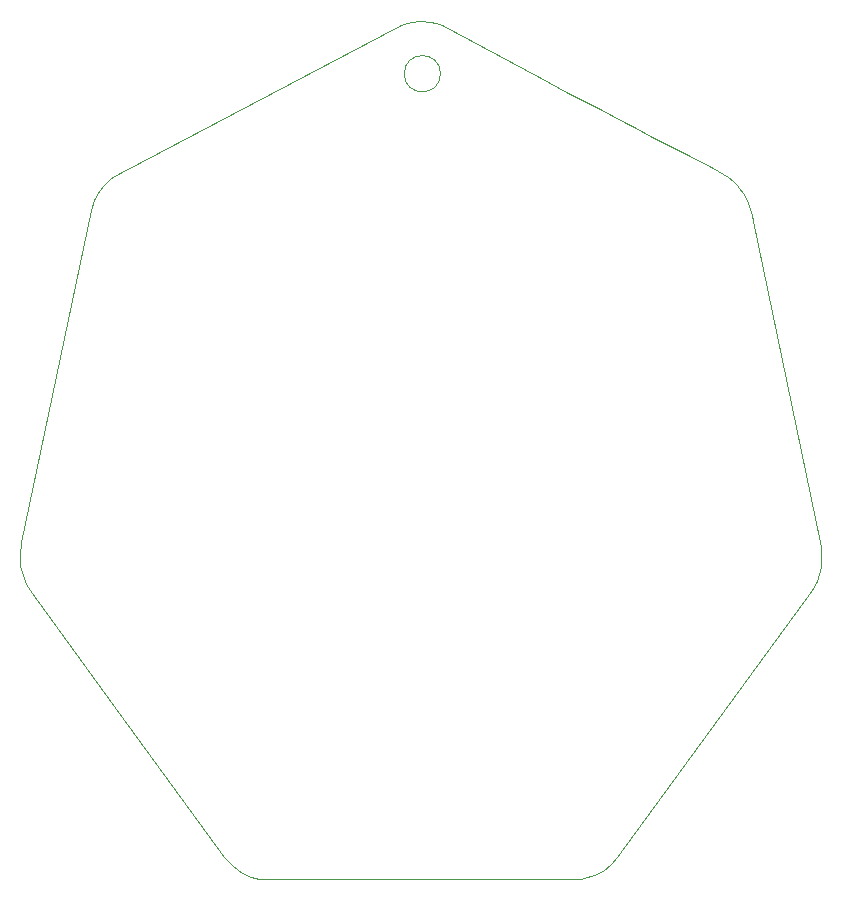
<source format=gbr>
G04 #@! TF.GenerationSoftware,KiCad,Pcbnew,(5.1.2)-1*
G04 #@! TF.CreationDate,2019-07-13T16:48:34+09:00*
G04 #@! TF.ProjectId,k8s_logo_v2,6b38735f-6c6f-4676-9f5f-76322e6b6963,rev?*
G04 #@! TF.SameCoordinates,Original*
G04 #@! TF.FileFunction,Profile,NP*
%FSLAX46Y46*%
G04 Gerber Fmt 4.6, Leading zero omitted, Abs format (unit mm)*
G04 Created by KiCad (PCBNEW (5.1.2)-1) date 2019-07-13 16:48:34*
%MOMM*%
%LPD*%
G04 APERTURE LIST*
%ADD10C,0.050000*%
G04 APERTURE END LIST*
D10*
X152157860Y-66421000D02*
G75*
G03X152157860Y-66421000I-1535860J0D01*
G01*
X151765000Y-62166500D02*
X152247600Y-62331600D01*
X151257000Y-62039500D02*
X151765000Y-62166500D01*
X150558500Y-61976000D02*
X151257000Y-62039500D01*
X150241000Y-61976000D02*
X150558500Y-61976000D01*
X149352000Y-62103000D02*
X150241000Y-61976000D01*
X148780500Y-62293500D02*
X149352000Y-62103000D01*
X125031500Y-74803000D02*
X148780500Y-62293500D01*
X124269500Y-75247500D02*
X125031500Y-74803000D01*
X123698000Y-75819000D02*
X124269500Y-75247500D01*
X123253500Y-76390500D02*
X123698000Y-75819000D01*
X122809000Y-77152500D02*
X123253500Y-76390500D01*
X122555000Y-77978000D02*
X122809000Y-77152500D01*
X116649500Y-106108500D02*
X122555000Y-77978000D01*
X116586000Y-107188000D02*
X116649500Y-106108500D01*
X116586000Y-108077000D02*
X116586000Y-107188000D01*
X116713000Y-108585000D02*
X116586000Y-108077000D01*
X117030500Y-109601000D02*
X116713000Y-108585000D01*
X117538500Y-110426500D02*
X117030500Y-109601000D01*
X124904500Y-120523000D02*
X117538500Y-110426500D01*
X133794500Y-132778500D02*
X124904500Y-120523000D01*
X134556500Y-133540500D02*
X133794500Y-132778500D01*
X135318500Y-134112000D02*
X134556500Y-133540500D01*
X136080500Y-134429500D02*
X135318500Y-134112000D01*
X136779000Y-134620000D02*
X136080500Y-134429500D01*
X164084000Y-134620000D02*
X136779000Y-134620000D01*
X164274500Y-134556500D02*
X164084000Y-134620000D01*
X165163500Y-134302500D02*
X164274500Y-134556500D01*
X165925500Y-133921500D02*
X165163500Y-134302500D01*
X166624000Y-133350000D02*
X165925500Y-133921500D01*
X167132000Y-132715000D02*
X166624000Y-133350000D01*
X183578500Y-110109000D02*
X167132000Y-132715000D01*
X184023000Y-109347000D02*
X183578500Y-110109000D01*
X184340500Y-108204000D02*
X184023000Y-109347000D01*
X184404000Y-107696000D02*
X184340500Y-108204000D01*
X184404000Y-107315000D02*
X184404000Y-107696000D01*
X184404000Y-106997500D02*
X184404000Y-107315000D01*
X184340500Y-106489500D02*
X184404000Y-106997500D01*
X184277000Y-106108500D02*
X184340500Y-106489500D01*
X178625500Y-78930500D02*
X184277000Y-106108500D01*
X178498500Y-78359000D02*
X178625500Y-78930500D01*
X178435000Y-78105000D02*
X178498500Y-78359000D01*
X178181000Y-77406500D02*
X178435000Y-78105000D01*
X177990500Y-76962000D02*
X178181000Y-77406500D01*
X177736500Y-76517500D02*
X177990500Y-76962000D01*
X177419000Y-76073000D02*
X177736500Y-76517500D01*
X177228500Y-75819000D02*
X177419000Y-76073000D01*
X176911000Y-75501500D02*
X177228500Y-75819000D01*
X176466500Y-75184000D02*
X176911000Y-75501500D01*
X175196500Y-74422000D02*
X176466500Y-75184000D01*
X172910500Y-73215500D02*
X175196500Y-74422000D01*
X170053000Y-71755000D02*
X172910500Y-73215500D01*
X168554400Y-70967600D02*
X170053000Y-71755000D01*
X167894000Y-70612000D02*
X168554400Y-70967600D01*
X166573200Y-69900800D02*
X167894000Y-70612000D01*
X165658800Y-69443600D02*
X166573200Y-69900800D01*
X164998400Y-69088000D02*
X165658800Y-69443600D01*
X162966400Y-68021200D02*
X164998400Y-69088000D01*
X160477200Y-66700400D02*
X162966400Y-68021200D01*
X152247600Y-62331600D02*
X160477200Y-66700400D01*
M02*

</source>
